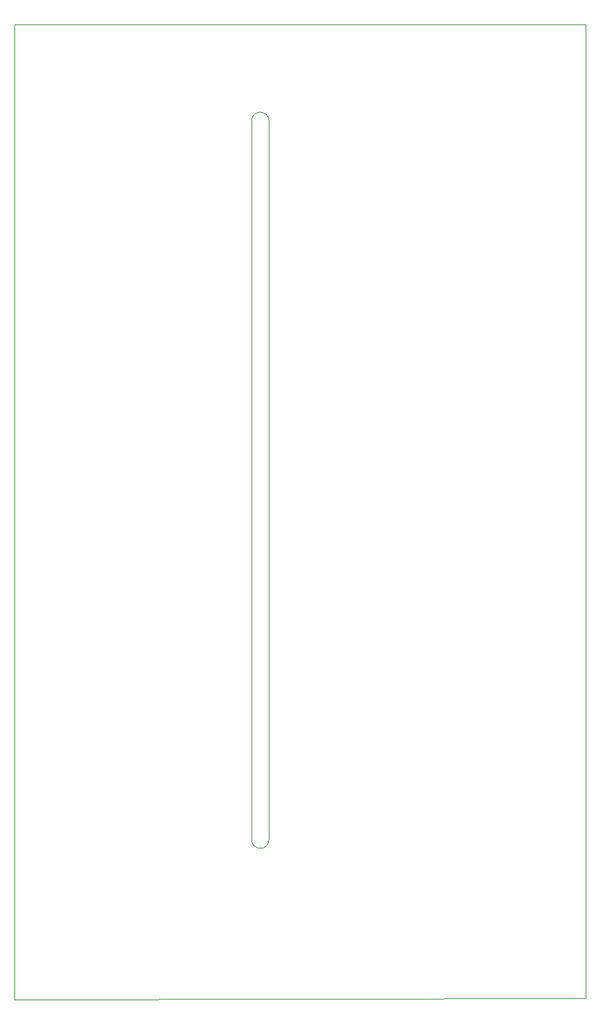
<source format=gm1>
G04 #@! TF.GenerationSoftware,KiCad,Pcbnew,(5.1.10)-1*
G04 #@! TF.CreationDate,2021-12-06T14:15:14+01:00*
G04 #@! TF.ProjectId,LuciCameraLettoRoma,4c756369-4361-46d6-9572-614c6574746f,rev?*
G04 #@! TF.SameCoordinates,Original*
G04 #@! TF.FileFunction,Profile,NP*
%FSLAX46Y46*%
G04 Gerber Fmt 4.6, Leading zero omitted, Abs format (unit mm)*
G04 Created by KiCad (PCBNEW (5.1.10)-1) date 2021-12-06 14:15:14*
%MOMM*%
%LPD*%
G01*
G04 APERTURE LIST*
G04 #@! TA.AperFunction,Profile*
%ADD10C,0.050000*%
G04 #@! TD*
G04 APERTURE END LIST*
D10*
X90170000Y-167767000D02*
X90170000Y-53086000D01*
X157480000Y-167640000D02*
X90170000Y-167767000D01*
X157480000Y-53086000D02*
X157480000Y-167640000D01*
X90170000Y-53086000D02*
X157480000Y-53086000D01*
X120142000Y-148971000D02*
X120142000Y-64389000D01*
X118110000Y-64389000D02*
X118110000Y-148971000D01*
X120142000Y-148971000D02*
G75*
G02*
X118110000Y-148971000I-1016000J0D01*
G01*
X118110000Y-64389000D02*
G75*
G02*
X120142000Y-64389000I1016000J0D01*
G01*
M02*

</source>
